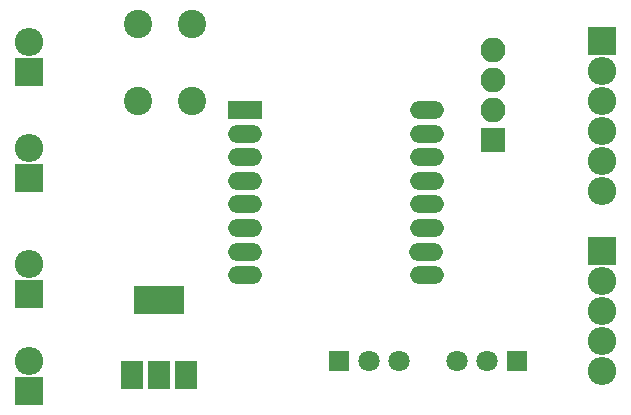
<source format=gbr>
G04 #@! TF.FileFunction,Soldermask,Bot*
%FSLAX46Y46*%
G04 Gerber Fmt 4.6, Leading zero omitted, Abs format (unit mm)*
G04 Created by KiCad (PCBNEW 4.0.7-e2-6376~58~ubuntu16.04.1) date Thu Jan 18 15:28:59 2018*
%MOMM*%
%LPD*%
G01*
G04 APERTURE LIST*
%ADD10C,0.100000*%
%ADD11O,2.398980X2.398980*%
%ADD12R,2.398980X2.398980*%
%ADD13R,2.100000X2.100000*%
%ADD14O,2.100000X2.100000*%
%ADD15R,1.797000X1.797000*%
%ADD16C,1.797000*%
%ADD17R,2.900000X1.500000*%
%ADD18O,2.900000X1.500000*%
%ADD19C,2.400000*%
%ADD20R,4.200000X2.400000*%
%ADD21R,1.900000X2.400000*%
G04 APERTURE END LIST*
D10*
D11*
X181250000Y-84250000D03*
D12*
X181250000Y-86790000D03*
D11*
X181250000Y-111250000D03*
D12*
X181250000Y-113790000D03*
D11*
X229750000Y-109540000D03*
D12*
X229750000Y-101920000D03*
D11*
X229750000Y-104460000D03*
X229750000Y-107000000D03*
X229750000Y-112080000D03*
X229750000Y-91750000D03*
D12*
X229750000Y-84130000D03*
D11*
X229750000Y-86670000D03*
X229750000Y-89210000D03*
X229750000Y-94290000D03*
X229750000Y-96830000D03*
X181250000Y-93250000D03*
D12*
X181250000Y-95790000D03*
D11*
X181250000Y-103000000D03*
D12*
X181250000Y-105540000D03*
D13*
X220500000Y-92540000D03*
D14*
X220500000Y-90000000D03*
X220500000Y-87460000D03*
X220500000Y-84920000D03*
D15*
X222540000Y-111250000D03*
D16*
X220000000Y-111250000D03*
X217460000Y-111250000D03*
D17*
X199550000Y-90000000D03*
D18*
X199550000Y-92000000D03*
X199550000Y-94000000D03*
X199550000Y-96000000D03*
X199550000Y-98000000D03*
X199550000Y-100000000D03*
X199550000Y-102000000D03*
X199550000Y-104000000D03*
X214950000Y-104000000D03*
X214850000Y-102000000D03*
X214950000Y-100000000D03*
X214950000Y-98000000D03*
X214950000Y-96000000D03*
X214950000Y-94000000D03*
X214950000Y-92000000D03*
X214950000Y-90000000D03*
D15*
X207460000Y-111250000D03*
D16*
X210000000Y-111250000D03*
X212540000Y-111250000D03*
D19*
X190500000Y-82750000D03*
X195000000Y-82750000D03*
X190500000Y-89250000D03*
X195000000Y-89250000D03*
D20*
X192250000Y-106100000D03*
D21*
X192250000Y-112400000D03*
X189950000Y-112400000D03*
X194550000Y-112400000D03*
M02*

</source>
